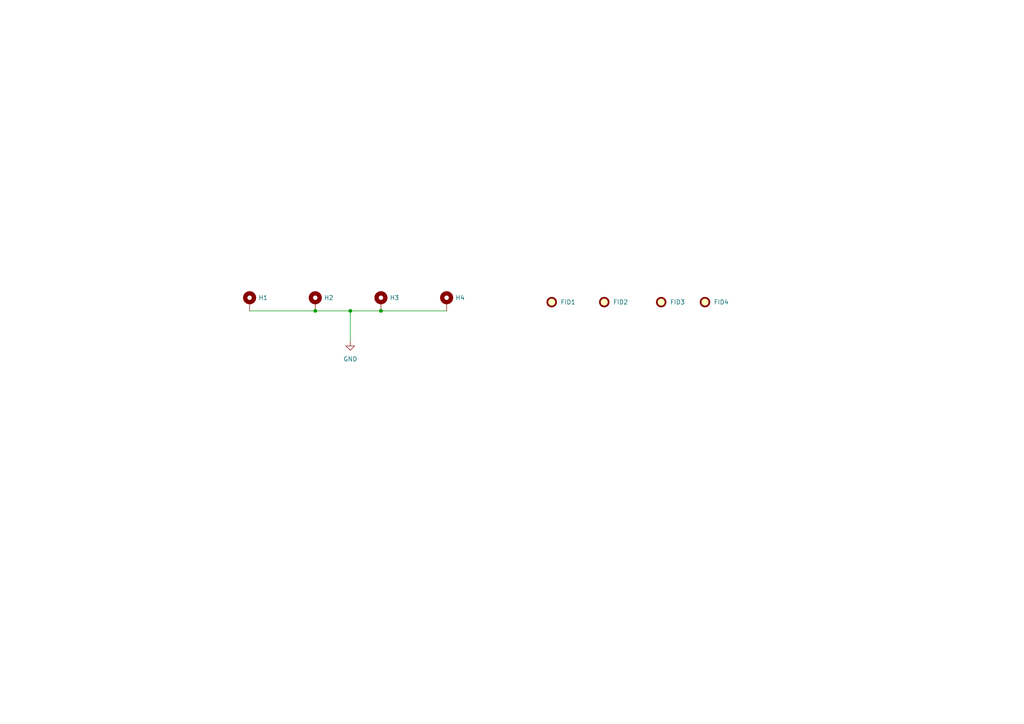
<source format=kicad_sch>
(kicad_sch (version 20250114) (generator "eeschema") (generator_version "9.0")
  (paper "A4")
  (lib_symbols
    (symbol "Mechanical:Fiducial" (in_bom no)
      (property "Reference" "FID" (at 0 5.08 0))
      (property "Value" "Fiducial" (at 0 3.175 0))
      (symbol "Fiducial_0_1"
        (circle (center 0 0) (radius 1.27) (stroke (width 0.508)) (fill (type background)))
      )
    )
    (symbol "Mechanical:MountingHole_Pad" (pin_numbers (hide yes)) (pin_names (offset 1.016) (hide yes)) (in_bom no)
      (property "Reference" "H" (at 0 6.35 0))
      (property "Value" "MountingHole_Pad" (at 0 4.445 0))
      (symbol "MountingHole_Pad_0_1"
        (circle (center 0 1.27) (radius 1.27) (stroke (width 1.27)))
      )
      (symbol "MountingHole_Pad_1_1"
        (pin input line (at 0 -2.54 90) (length 2.54) (name "1") (number "1"))
      )
    )
    (symbol "power:GND" (power) (pin_numbers (hide yes)) (pin_names (offset 0) (hide yes))
      (property "Value" "GND" (at 0 -3.81 0))
      (symbol "GND_0_1"
        (polyline (pts (xy 0 0) (xy 0 -1.27) (xy 1.27 -1.27) (xy 0 -2.54) (xy -1.27 -1.27) (xy 0 -1.27)))
      )
      (symbol "GND_1_1"
        (pin power_in line (at 0 0 270) (length 0) (name "~") (number "1"))
      )
    )
  )
  (junction (at 110.49 90.17))
  (junction (at 101.6 90.17))
  (junction (at 91.44 90.17))
  (wire (pts (xy 101.6 90.17) (xy 110.49 90.17)))
  (wire (pts (xy 72.39 90.17) (xy 91.44 90.17)))
  (wire (pts (xy 110.49 90.17) (xy 129.54 90.17)))
  (wire (pts (xy 91.44 90.17) (xy 101.6 90.17)))
  (wire (pts (xy 101.6 90.17) (xy 101.6 99.06)))
  (symbol (lib_id "Mechanical:MountingHole_Pad") (at 72.39 87.63 0) (unit 1) (in_bom no)
    (property "Reference" "H1" (at 74.93 86.3599 0) (effects (justify left)))
    (property "Value" "MountingHole_Pad" (effects (hide yes)))
    (property "Footprint" "MountingHole:MountingHole_2.5mm_Pad" (effects (hide yes)))
    (property "Description" "Mounting Hole with connection" (effects (hide yes)))
  )
  (symbol (lib_id "Mechanical:MountingHole_Pad") (at 91.44 87.63 0) (unit 1) (in_bom no)
    (property "Reference" "H2" (at 93.98 86.3599 0) (effects (justify left)))
    (property "Value" "MountingHole_Pad" (effects (hide yes)))
    (property "Footprint" "MountingHole:MountingHole_2.5mm_Pad" (effects (hide yes)))
    (property "Description" "Mounting Hole with connection" (effects (hide yes)))
  )
  (symbol (lib_id "Mechanical:MountingHole_Pad") (at 110.49 87.63 0) (unit 1) (in_bom no)
    (property "Reference" "H3" (at 113.03 86.3599 0) (effects (justify left)))
    (property "Value" "MountingHole_Pad" (effects (hide yes)))
    (property "Footprint" "MountingHole:MountingHole_2.5mm_Pad" (effects (hide yes)))
    (property "Description" "Mounting Hole with connection" (effects (hide yes)))
  )
  (symbol (lib_id "Mechanical:MountingHole_Pad") (at 129.54 87.63 0) (unit 1) (in_bom no)
    (property "Reference" "H4" (at 132.08 86.3599 0) (effects (justify left)))
    (property "Value" "MountingHole_Pad" (effects (hide yes)))
    (property "Footprint" "MountingHole:MountingHole_2.5mm_Pad" (effects (hide yes)))
    (property "Description" "Mounting Hole with connection" (effects (hide yes)))
  )
  (symbol (lib_id "power:GND") (at 101.6 99.06 0) (unit 1)
    (property "Reference" "#PWR02" (effects (hide yes)))
    (property "Value" "GND" (at 101.6 104.14 0))
    (property "Description" "Power symbol creates a global label with name \"GND\" , ground" (effects (hide yes)))
  )
  (symbol (lib_id "Mechanical:Fiducial") (at 175.26 87.63 0) (unit 1) (in_bom no)
    (property "Reference" "FID2" (at 177.8 87.6299 0) (effects (justify left)))
    (property "Value" "Fiducial" (effects (hide yes)))
    (property "Footprint" "Fiducial:Fiducial_1.5mm_Mask3mm" (effects (hide yes)))
    (property "Description" "Fiducial Marker" (effects (hide yes)))
  )
  (symbol (lib_id "Mechanical:Fiducial") (at 160.02 87.63 0) (unit 1) (in_bom no)
    (property "Reference" "FID1" (at 162.56 87.6299 0) (effects (justify left)))
    (property "Value" "Fiducial" (effects (hide yes)))
    (property "Footprint" "Fiducial:Fiducial_1.5mm_Mask3mm" (effects (hide yes)))
    (property "Description" "Fiducial Marker" (effects (hide yes)))
  )
  (symbol (lib_id "Mechanical:Fiducial") (at 191.77 87.63 0) (unit 1) (in_bom no)
    (property "Reference" "FID3" (at 194.31 87.6299 0) (effects (justify left)))
    (property "Value" "Fiducial" (effects (hide yes)))
    (property "Footprint" "Fiducial:Fiducial_1.5mm_Mask3mm" (effects (hide yes)))
    (property "Description" "Fiducial Marker" (effects (hide yes)))
  )
  (symbol (lib_id "Mechanical:Fiducial") (at 204.47 87.63 0) (unit 1) (in_bom no)
    (property "Reference" "FID4" (at 207.01 87.6299 0) (effects (justify left)))
    (property "Value" "Fiducial" (effects (hide yes)))
    (property "Footprint" "Fiducial:Fiducial_1.5mm_Mask3mm" (effects (hide yes)))
    (property "Description" "Fiducial Marker" (effects (hide yes)))
  )
)
</source>
